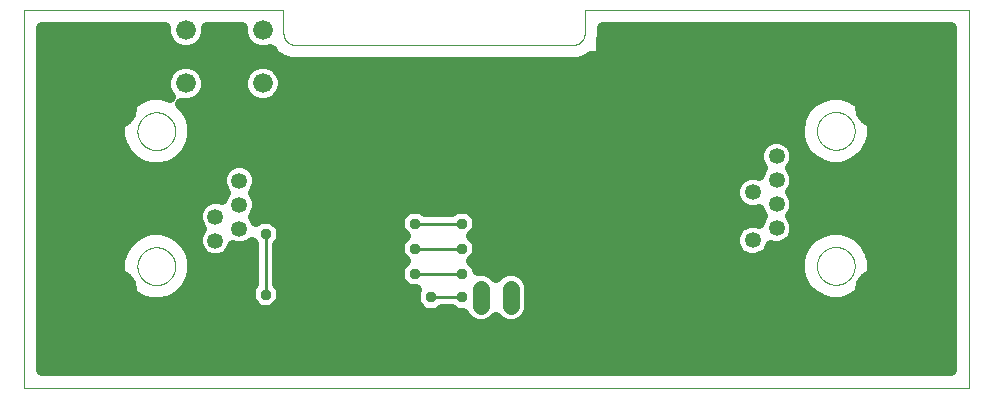
<source format=gbl>
G75*
%MOIN*%
%OFA0B0*%
%FSLAX25Y25*%
%IPPOS*%
%LPD*%
%AMOC8*
5,1,8,0,0,1.08239X$1,22.5*
%
%ADD10C,0.00000*%
%ADD11C,0.06600*%
%ADD12C,0.05600*%
%ADD13C,0.05315*%
%ADD14R,0.03962X0.03962*%
%ADD15C,0.04000*%
%ADD16OC8,0.03569*%
%ADD17C,0.15000*%
%ADD18C,0.01000*%
D10*
X0001000Y0001571D02*
X0001000Y0127555D01*
X0087614Y0127555D01*
X0087614Y0119681D01*
X0087616Y0119557D01*
X0087622Y0119434D01*
X0087631Y0119310D01*
X0087645Y0119188D01*
X0087662Y0119065D01*
X0087684Y0118943D01*
X0087709Y0118822D01*
X0087738Y0118702D01*
X0087770Y0118583D01*
X0087807Y0118464D01*
X0087847Y0118347D01*
X0087890Y0118232D01*
X0087938Y0118117D01*
X0087989Y0118005D01*
X0088043Y0117894D01*
X0088101Y0117784D01*
X0088162Y0117677D01*
X0088227Y0117571D01*
X0088295Y0117468D01*
X0088366Y0117367D01*
X0088440Y0117268D01*
X0088517Y0117171D01*
X0088598Y0117077D01*
X0088681Y0116986D01*
X0088767Y0116897D01*
X0088856Y0116811D01*
X0088947Y0116728D01*
X0089041Y0116647D01*
X0089138Y0116570D01*
X0089237Y0116496D01*
X0089338Y0116425D01*
X0089441Y0116357D01*
X0089547Y0116292D01*
X0089654Y0116231D01*
X0089764Y0116173D01*
X0089875Y0116119D01*
X0089987Y0116068D01*
X0090102Y0116020D01*
X0090217Y0115977D01*
X0090334Y0115937D01*
X0090453Y0115900D01*
X0090572Y0115868D01*
X0090692Y0115839D01*
X0090813Y0115814D01*
X0090935Y0115792D01*
X0091058Y0115775D01*
X0091180Y0115761D01*
X0091304Y0115752D01*
X0091427Y0115746D01*
X0091551Y0115744D01*
X0184071Y0115744D01*
X0184195Y0115746D01*
X0184318Y0115752D01*
X0184442Y0115761D01*
X0184564Y0115775D01*
X0184687Y0115792D01*
X0184809Y0115814D01*
X0184930Y0115839D01*
X0185050Y0115868D01*
X0185169Y0115900D01*
X0185288Y0115937D01*
X0185405Y0115977D01*
X0185520Y0116020D01*
X0185635Y0116068D01*
X0185747Y0116119D01*
X0185858Y0116173D01*
X0185968Y0116231D01*
X0186075Y0116292D01*
X0186181Y0116357D01*
X0186284Y0116425D01*
X0186385Y0116496D01*
X0186484Y0116570D01*
X0186581Y0116647D01*
X0186675Y0116728D01*
X0186766Y0116811D01*
X0186855Y0116897D01*
X0186941Y0116986D01*
X0187024Y0117077D01*
X0187105Y0117171D01*
X0187182Y0117268D01*
X0187256Y0117367D01*
X0187327Y0117468D01*
X0187395Y0117571D01*
X0187460Y0117677D01*
X0187521Y0117784D01*
X0187579Y0117894D01*
X0187633Y0118005D01*
X0187684Y0118117D01*
X0187732Y0118232D01*
X0187775Y0118347D01*
X0187815Y0118464D01*
X0187852Y0118583D01*
X0187884Y0118702D01*
X0187913Y0118822D01*
X0187938Y0118943D01*
X0187960Y0119065D01*
X0187977Y0119188D01*
X0187991Y0119310D01*
X0188000Y0119434D01*
X0188006Y0119557D01*
X0188008Y0119681D01*
X0188008Y0127555D01*
X0315961Y0127555D01*
X0315961Y0001571D01*
X0001000Y0001571D01*
X0038934Y0042020D02*
X0038936Y0042178D01*
X0038942Y0042336D01*
X0038952Y0042494D01*
X0038966Y0042652D01*
X0038984Y0042809D01*
X0039005Y0042966D01*
X0039031Y0043122D01*
X0039061Y0043278D01*
X0039094Y0043433D01*
X0039132Y0043586D01*
X0039173Y0043739D01*
X0039218Y0043891D01*
X0039267Y0044042D01*
X0039320Y0044191D01*
X0039376Y0044339D01*
X0039436Y0044485D01*
X0039500Y0044630D01*
X0039568Y0044773D01*
X0039639Y0044915D01*
X0039713Y0045055D01*
X0039791Y0045192D01*
X0039873Y0045328D01*
X0039957Y0045462D01*
X0040046Y0045593D01*
X0040137Y0045722D01*
X0040232Y0045849D01*
X0040329Y0045974D01*
X0040430Y0046096D01*
X0040534Y0046215D01*
X0040641Y0046332D01*
X0040751Y0046446D01*
X0040864Y0046557D01*
X0040979Y0046666D01*
X0041097Y0046771D01*
X0041218Y0046873D01*
X0041341Y0046973D01*
X0041467Y0047069D01*
X0041595Y0047162D01*
X0041725Y0047252D01*
X0041858Y0047338D01*
X0041993Y0047422D01*
X0042129Y0047501D01*
X0042268Y0047578D01*
X0042409Y0047650D01*
X0042551Y0047720D01*
X0042695Y0047785D01*
X0042841Y0047847D01*
X0042988Y0047905D01*
X0043137Y0047960D01*
X0043287Y0048011D01*
X0043438Y0048058D01*
X0043590Y0048101D01*
X0043743Y0048140D01*
X0043898Y0048176D01*
X0044053Y0048207D01*
X0044209Y0048235D01*
X0044365Y0048259D01*
X0044522Y0048279D01*
X0044680Y0048295D01*
X0044837Y0048307D01*
X0044996Y0048315D01*
X0045154Y0048319D01*
X0045312Y0048319D01*
X0045470Y0048315D01*
X0045629Y0048307D01*
X0045786Y0048295D01*
X0045944Y0048279D01*
X0046101Y0048259D01*
X0046257Y0048235D01*
X0046413Y0048207D01*
X0046568Y0048176D01*
X0046723Y0048140D01*
X0046876Y0048101D01*
X0047028Y0048058D01*
X0047179Y0048011D01*
X0047329Y0047960D01*
X0047478Y0047905D01*
X0047625Y0047847D01*
X0047771Y0047785D01*
X0047915Y0047720D01*
X0048057Y0047650D01*
X0048198Y0047578D01*
X0048337Y0047501D01*
X0048473Y0047422D01*
X0048608Y0047338D01*
X0048741Y0047252D01*
X0048871Y0047162D01*
X0048999Y0047069D01*
X0049125Y0046973D01*
X0049248Y0046873D01*
X0049369Y0046771D01*
X0049487Y0046666D01*
X0049602Y0046557D01*
X0049715Y0046446D01*
X0049825Y0046332D01*
X0049932Y0046215D01*
X0050036Y0046096D01*
X0050137Y0045974D01*
X0050234Y0045849D01*
X0050329Y0045722D01*
X0050420Y0045593D01*
X0050509Y0045462D01*
X0050593Y0045328D01*
X0050675Y0045192D01*
X0050753Y0045055D01*
X0050827Y0044915D01*
X0050898Y0044773D01*
X0050966Y0044630D01*
X0051030Y0044485D01*
X0051090Y0044339D01*
X0051146Y0044191D01*
X0051199Y0044042D01*
X0051248Y0043891D01*
X0051293Y0043739D01*
X0051334Y0043586D01*
X0051372Y0043433D01*
X0051405Y0043278D01*
X0051435Y0043122D01*
X0051461Y0042966D01*
X0051482Y0042809D01*
X0051500Y0042652D01*
X0051514Y0042494D01*
X0051524Y0042336D01*
X0051530Y0042178D01*
X0051532Y0042020D01*
X0051530Y0041862D01*
X0051524Y0041704D01*
X0051514Y0041546D01*
X0051500Y0041388D01*
X0051482Y0041231D01*
X0051461Y0041074D01*
X0051435Y0040918D01*
X0051405Y0040762D01*
X0051372Y0040607D01*
X0051334Y0040454D01*
X0051293Y0040301D01*
X0051248Y0040149D01*
X0051199Y0039998D01*
X0051146Y0039849D01*
X0051090Y0039701D01*
X0051030Y0039555D01*
X0050966Y0039410D01*
X0050898Y0039267D01*
X0050827Y0039125D01*
X0050753Y0038985D01*
X0050675Y0038848D01*
X0050593Y0038712D01*
X0050509Y0038578D01*
X0050420Y0038447D01*
X0050329Y0038318D01*
X0050234Y0038191D01*
X0050137Y0038066D01*
X0050036Y0037944D01*
X0049932Y0037825D01*
X0049825Y0037708D01*
X0049715Y0037594D01*
X0049602Y0037483D01*
X0049487Y0037374D01*
X0049369Y0037269D01*
X0049248Y0037167D01*
X0049125Y0037067D01*
X0048999Y0036971D01*
X0048871Y0036878D01*
X0048741Y0036788D01*
X0048608Y0036702D01*
X0048473Y0036618D01*
X0048337Y0036539D01*
X0048198Y0036462D01*
X0048057Y0036390D01*
X0047915Y0036320D01*
X0047771Y0036255D01*
X0047625Y0036193D01*
X0047478Y0036135D01*
X0047329Y0036080D01*
X0047179Y0036029D01*
X0047028Y0035982D01*
X0046876Y0035939D01*
X0046723Y0035900D01*
X0046568Y0035864D01*
X0046413Y0035833D01*
X0046257Y0035805D01*
X0046101Y0035781D01*
X0045944Y0035761D01*
X0045786Y0035745D01*
X0045629Y0035733D01*
X0045470Y0035725D01*
X0045312Y0035721D01*
X0045154Y0035721D01*
X0044996Y0035725D01*
X0044837Y0035733D01*
X0044680Y0035745D01*
X0044522Y0035761D01*
X0044365Y0035781D01*
X0044209Y0035805D01*
X0044053Y0035833D01*
X0043898Y0035864D01*
X0043743Y0035900D01*
X0043590Y0035939D01*
X0043438Y0035982D01*
X0043287Y0036029D01*
X0043137Y0036080D01*
X0042988Y0036135D01*
X0042841Y0036193D01*
X0042695Y0036255D01*
X0042551Y0036320D01*
X0042409Y0036390D01*
X0042268Y0036462D01*
X0042129Y0036539D01*
X0041993Y0036618D01*
X0041858Y0036702D01*
X0041725Y0036788D01*
X0041595Y0036878D01*
X0041467Y0036971D01*
X0041341Y0037067D01*
X0041218Y0037167D01*
X0041097Y0037269D01*
X0040979Y0037374D01*
X0040864Y0037483D01*
X0040751Y0037594D01*
X0040641Y0037708D01*
X0040534Y0037825D01*
X0040430Y0037944D01*
X0040329Y0038066D01*
X0040232Y0038191D01*
X0040137Y0038318D01*
X0040046Y0038447D01*
X0039957Y0038578D01*
X0039873Y0038712D01*
X0039791Y0038848D01*
X0039713Y0038985D01*
X0039639Y0039125D01*
X0039568Y0039267D01*
X0039500Y0039410D01*
X0039436Y0039555D01*
X0039376Y0039701D01*
X0039320Y0039849D01*
X0039267Y0039998D01*
X0039218Y0040149D01*
X0039173Y0040301D01*
X0039132Y0040454D01*
X0039094Y0040607D01*
X0039061Y0040762D01*
X0039031Y0040918D01*
X0039005Y0041074D01*
X0038984Y0041231D01*
X0038966Y0041388D01*
X0038952Y0041546D01*
X0038942Y0041704D01*
X0038936Y0041862D01*
X0038934Y0042020D01*
X0038934Y0087020D02*
X0038936Y0087178D01*
X0038942Y0087336D01*
X0038952Y0087494D01*
X0038966Y0087652D01*
X0038984Y0087809D01*
X0039005Y0087966D01*
X0039031Y0088122D01*
X0039061Y0088278D01*
X0039094Y0088433D01*
X0039132Y0088586D01*
X0039173Y0088739D01*
X0039218Y0088891D01*
X0039267Y0089042D01*
X0039320Y0089191D01*
X0039376Y0089339D01*
X0039436Y0089485D01*
X0039500Y0089630D01*
X0039568Y0089773D01*
X0039639Y0089915D01*
X0039713Y0090055D01*
X0039791Y0090192D01*
X0039873Y0090328D01*
X0039957Y0090462D01*
X0040046Y0090593D01*
X0040137Y0090722D01*
X0040232Y0090849D01*
X0040329Y0090974D01*
X0040430Y0091096D01*
X0040534Y0091215D01*
X0040641Y0091332D01*
X0040751Y0091446D01*
X0040864Y0091557D01*
X0040979Y0091666D01*
X0041097Y0091771D01*
X0041218Y0091873D01*
X0041341Y0091973D01*
X0041467Y0092069D01*
X0041595Y0092162D01*
X0041725Y0092252D01*
X0041858Y0092338D01*
X0041993Y0092422D01*
X0042129Y0092501D01*
X0042268Y0092578D01*
X0042409Y0092650D01*
X0042551Y0092720D01*
X0042695Y0092785D01*
X0042841Y0092847D01*
X0042988Y0092905D01*
X0043137Y0092960D01*
X0043287Y0093011D01*
X0043438Y0093058D01*
X0043590Y0093101D01*
X0043743Y0093140D01*
X0043898Y0093176D01*
X0044053Y0093207D01*
X0044209Y0093235D01*
X0044365Y0093259D01*
X0044522Y0093279D01*
X0044680Y0093295D01*
X0044837Y0093307D01*
X0044996Y0093315D01*
X0045154Y0093319D01*
X0045312Y0093319D01*
X0045470Y0093315D01*
X0045629Y0093307D01*
X0045786Y0093295D01*
X0045944Y0093279D01*
X0046101Y0093259D01*
X0046257Y0093235D01*
X0046413Y0093207D01*
X0046568Y0093176D01*
X0046723Y0093140D01*
X0046876Y0093101D01*
X0047028Y0093058D01*
X0047179Y0093011D01*
X0047329Y0092960D01*
X0047478Y0092905D01*
X0047625Y0092847D01*
X0047771Y0092785D01*
X0047915Y0092720D01*
X0048057Y0092650D01*
X0048198Y0092578D01*
X0048337Y0092501D01*
X0048473Y0092422D01*
X0048608Y0092338D01*
X0048741Y0092252D01*
X0048871Y0092162D01*
X0048999Y0092069D01*
X0049125Y0091973D01*
X0049248Y0091873D01*
X0049369Y0091771D01*
X0049487Y0091666D01*
X0049602Y0091557D01*
X0049715Y0091446D01*
X0049825Y0091332D01*
X0049932Y0091215D01*
X0050036Y0091096D01*
X0050137Y0090974D01*
X0050234Y0090849D01*
X0050329Y0090722D01*
X0050420Y0090593D01*
X0050509Y0090462D01*
X0050593Y0090328D01*
X0050675Y0090192D01*
X0050753Y0090055D01*
X0050827Y0089915D01*
X0050898Y0089773D01*
X0050966Y0089630D01*
X0051030Y0089485D01*
X0051090Y0089339D01*
X0051146Y0089191D01*
X0051199Y0089042D01*
X0051248Y0088891D01*
X0051293Y0088739D01*
X0051334Y0088586D01*
X0051372Y0088433D01*
X0051405Y0088278D01*
X0051435Y0088122D01*
X0051461Y0087966D01*
X0051482Y0087809D01*
X0051500Y0087652D01*
X0051514Y0087494D01*
X0051524Y0087336D01*
X0051530Y0087178D01*
X0051532Y0087020D01*
X0051530Y0086862D01*
X0051524Y0086704D01*
X0051514Y0086546D01*
X0051500Y0086388D01*
X0051482Y0086231D01*
X0051461Y0086074D01*
X0051435Y0085918D01*
X0051405Y0085762D01*
X0051372Y0085607D01*
X0051334Y0085454D01*
X0051293Y0085301D01*
X0051248Y0085149D01*
X0051199Y0084998D01*
X0051146Y0084849D01*
X0051090Y0084701D01*
X0051030Y0084555D01*
X0050966Y0084410D01*
X0050898Y0084267D01*
X0050827Y0084125D01*
X0050753Y0083985D01*
X0050675Y0083848D01*
X0050593Y0083712D01*
X0050509Y0083578D01*
X0050420Y0083447D01*
X0050329Y0083318D01*
X0050234Y0083191D01*
X0050137Y0083066D01*
X0050036Y0082944D01*
X0049932Y0082825D01*
X0049825Y0082708D01*
X0049715Y0082594D01*
X0049602Y0082483D01*
X0049487Y0082374D01*
X0049369Y0082269D01*
X0049248Y0082167D01*
X0049125Y0082067D01*
X0048999Y0081971D01*
X0048871Y0081878D01*
X0048741Y0081788D01*
X0048608Y0081702D01*
X0048473Y0081618D01*
X0048337Y0081539D01*
X0048198Y0081462D01*
X0048057Y0081390D01*
X0047915Y0081320D01*
X0047771Y0081255D01*
X0047625Y0081193D01*
X0047478Y0081135D01*
X0047329Y0081080D01*
X0047179Y0081029D01*
X0047028Y0080982D01*
X0046876Y0080939D01*
X0046723Y0080900D01*
X0046568Y0080864D01*
X0046413Y0080833D01*
X0046257Y0080805D01*
X0046101Y0080781D01*
X0045944Y0080761D01*
X0045786Y0080745D01*
X0045629Y0080733D01*
X0045470Y0080725D01*
X0045312Y0080721D01*
X0045154Y0080721D01*
X0044996Y0080725D01*
X0044837Y0080733D01*
X0044680Y0080745D01*
X0044522Y0080761D01*
X0044365Y0080781D01*
X0044209Y0080805D01*
X0044053Y0080833D01*
X0043898Y0080864D01*
X0043743Y0080900D01*
X0043590Y0080939D01*
X0043438Y0080982D01*
X0043287Y0081029D01*
X0043137Y0081080D01*
X0042988Y0081135D01*
X0042841Y0081193D01*
X0042695Y0081255D01*
X0042551Y0081320D01*
X0042409Y0081390D01*
X0042268Y0081462D01*
X0042129Y0081539D01*
X0041993Y0081618D01*
X0041858Y0081702D01*
X0041725Y0081788D01*
X0041595Y0081878D01*
X0041467Y0081971D01*
X0041341Y0082067D01*
X0041218Y0082167D01*
X0041097Y0082269D01*
X0040979Y0082374D01*
X0040864Y0082483D01*
X0040751Y0082594D01*
X0040641Y0082708D01*
X0040534Y0082825D01*
X0040430Y0082944D01*
X0040329Y0083066D01*
X0040232Y0083191D01*
X0040137Y0083318D01*
X0040046Y0083447D01*
X0039957Y0083578D01*
X0039873Y0083712D01*
X0039791Y0083848D01*
X0039713Y0083985D01*
X0039639Y0084125D01*
X0039568Y0084267D01*
X0039500Y0084410D01*
X0039436Y0084555D01*
X0039376Y0084701D01*
X0039320Y0084849D01*
X0039267Y0084998D01*
X0039218Y0085149D01*
X0039173Y0085301D01*
X0039132Y0085454D01*
X0039094Y0085607D01*
X0039061Y0085762D01*
X0039031Y0085918D01*
X0039005Y0086074D01*
X0038984Y0086231D01*
X0038966Y0086388D01*
X0038952Y0086546D01*
X0038942Y0086704D01*
X0038936Y0086862D01*
X0038934Y0087020D01*
X0265429Y0087106D02*
X0265431Y0087264D01*
X0265437Y0087422D01*
X0265447Y0087580D01*
X0265461Y0087738D01*
X0265479Y0087895D01*
X0265500Y0088052D01*
X0265526Y0088208D01*
X0265556Y0088364D01*
X0265589Y0088519D01*
X0265627Y0088672D01*
X0265668Y0088825D01*
X0265713Y0088977D01*
X0265762Y0089128D01*
X0265815Y0089277D01*
X0265871Y0089425D01*
X0265931Y0089571D01*
X0265995Y0089716D01*
X0266063Y0089859D01*
X0266134Y0090001D01*
X0266208Y0090141D01*
X0266286Y0090278D01*
X0266368Y0090414D01*
X0266452Y0090548D01*
X0266541Y0090679D01*
X0266632Y0090808D01*
X0266727Y0090935D01*
X0266824Y0091060D01*
X0266925Y0091182D01*
X0267029Y0091301D01*
X0267136Y0091418D01*
X0267246Y0091532D01*
X0267359Y0091643D01*
X0267474Y0091752D01*
X0267592Y0091857D01*
X0267713Y0091959D01*
X0267836Y0092059D01*
X0267962Y0092155D01*
X0268090Y0092248D01*
X0268220Y0092338D01*
X0268353Y0092424D01*
X0268488Y0092508D01*
X0268624Y0092587D01*
X0268763Y0092664D01*
X0268904Y0092736D01*
X0269046Y0092806D01*
X0269190Y0092871D01*
X0269336Y0092933D01*
X0269483Y0092991D01*
X0269632Y0093046D01*
X0269782Y0093097D01*
X0269933Y0093144D01*
X0270085Y0093187D01*
X0270238Y0093226D01*
X0270393Y0093262D01*
X0270548Y0093293D01*
X0270704Y0093321D01*
X0270860Y0093345D01*
X0271017Y0093365D01*
X0271175Y0093381D01*
X0271332Y0093393D01*
X0271491Y0093401D01*
X0271649Y0093405D01*
X0271807Y0093405D01*
X0271965Y0093401D01*
X0272124Y0093393D01*
X0272281Y0093381D01*
X0272439Y0093365D01*
X0272596Y0093345D01*
X0272752Y0093321D01*
X0272908Y0093293D01*
X0273063Y0093262D01*
X0273218Y0093226D01*
X0273371Y0093187D01*
X0273523Y0093144D01*
X0273674Y0093097D01*
X0273824Y0093046D01*
X0273973Y0092991D01*
X0274120Y0092933D01*
X0274266Y0092871D01*
X0274410Y0092806D01*
X0274552Y0092736D01*
X0274693Y0092664D01*
X0274832Y0092587D01*
X0274968Y0092508D01*
X0275103Y0092424D01*
X0275236Y0092338D01*
X0275366Y0092248D01*
X0275494Y0092155D01*
X0275620Y0092059D01*
X0275743Y0091959D01*
X0275864Y0091857D01*
X0275982Y0091752D01*
X0276097Y0091643D01*
X0276210Y0091532D01*
X0276320Y0091418D01*
X0276427Y0091301D01*
X0276531Y0091182D01*
X0276632Y0091060D01*
X0276729Y0090935D01*
X0276824Y0090808D01*
X0276915Y0090679D01*
X0277004Y0090548D01*
X0277088Y0090414D01*
X0277170Y0090278D01*
X0277248Y0090141D01*
X0277322Y0090001D01*
X0277393Y0089859D01*
X0277461Y0089716D01*
X0277525Y0089571D01*
X0277585Y0089425D01*
X0277641Y0089277D01*
X0277694Y0089128D01*
X0277743Y0088977D01*
X0277788Y0088825D01*
X0277829Y0088672D01*
X0277867Y0088519D01*
X0277900Y0088364D01*
X0277930Y0088208D01*
X0277956Y0088052D01*
X0277977Y0087895D01*
X0277995Y0087738D01*
X0278009Y0087580D01*
X0278019Y0087422D01*
X0278025Y0087264D01*
X0278027Y0087106D01*
X0278025Y0086948D01*
X0278019Y0086790D01*
X0278009Y0086632D01*
X0277995Y0086474D01*
X0277977Y0086317D01*
X0277956Y0086160D01*
X0277930Y0086004D01*
X0277900Y0085848D01*
X0277867Y0085693D01*
X0277829Y0085540D01*
X0277788Y0085387D01*
X0277743Y0085235D01*
X0277694Y0085084D01*
X0277641Y0084935D01*
X0277585Y0084787D01*
X0277525Y0084641D01*
X0277461Y0084496D01*
X0277393Y0084353D01*
X0277322Y0084211D01*
X0277248Y0084071D01*
X0277170Y0083934D01*
X0277088Y0083798D01*
X0277004Y0083664D01*
X0276915Y0083533D01*
X0276824Y0083404D01*
X0276729Y0083277D01*
X0276632Y0083152D01*
X0276531Y0083030D01*
X0276427Y0082911D01*
X0276320Y0082794D01*
X0276210Y0082680D01*
X0276097Y0082569D01*
X0275982Y0082460D01*
X0275864Y0082355D01*
X0275743Y0082253D01*
X0275620Y0082153D01*
X0275494Y0082057D01*
X0275366Y0081964D01*
X0275236Y0081874D01*
X0275103Y0081788D01*
X0274968Y0081704D01*
X0274832Y0081625D01*
X0274693Y0081548D01*
X0274552Y0081476D01*
X0274410Y0081406D01*
X0274266Y0081341D01*
X0274120Y0081279D01*
X0273973Y0081221D01*
X0273824Y0081166D01*
X0273674Y0081115D01*
X0273523Y0081068D01*
X0273371Y0081025D01*
X0273218Y0080986D01*
X0273063Y0080950D01*
X0272908Y0080919D01*
X0272752Y0080891D01*
X0272596Y0080867D01*
X0272439Y0080847D01*
X0272281Y0080831D01*
X0272124Y0080819D01*
X0271965Y0080811D01*
X0271807Y0080807D01*
X0271649Y0080807D01*
X0271491Y0080811D01*
X0271332Y0080819D01*
X0271175Y0080831D01*
X0271017Y0080847D01*
X0270860Y0080867D01*
X0270704Y0080891D01*
X0270548Y0080919D01*
X0270393Y0080950D01*
X0270238Y0080986D01*
X0270085Y0081025D01*
X0269933Y0081068D01*
X0269782Y0081115D01*
X0269632Y0081166D01*
X0269483Y0081221D01*
X0269336Y0081279D01*
X0269190Y0081341D01*
X0269046Y0081406D01*
X0268904Y0081476D01*
X0268763Y0081548D01*
X0268624Y0081625D01*
X0268488Y0081704D01*
X0268353Y0081788D01*
X0268220Y0081874D01*
X0268090Y0081964D01*
X0267962Y0082057D01*
X0267836Y0082153D01*
X0267713Y0082253D01*
X0267592Y0082355D01*
X0267474Y0082460D01*
X0267359Y0082569D01*
X0267246Y0082680D01*
X0267136Y0082794D01*
X0267029Y0082911D01*
X0266925Y0083030D01*
X0266824Y0083152D01*
X0266727Y0083277D01*
X0266632Y0083404D01*
X0266541Y0083533D01*
X0266452Y0083664D01*
X0266368Y0083798D01*
X0266286Y0083934D01*
X0266208Y0084071D01*
X0266134Y0084211D01*
X0266063Y0084353D01*
X0265995Y0084496D01*
X0265931Y0084641D01*
X0265871Y0084787D01*
X0265815Y0084935D01*
X0265762Y0085084D01*
X0265713Y0085235D01*
X0265668Y0085387D01*
X0265627Y0085540D01*
X0265589Y0085693D01*
X0265556Y0085848D01*
X0265526Y0086004D01*
X0265500Y0086160D01*
X0265479Y0086317D01*
X0265461Y0086474D01*
X0265447Y0086632D01*
X0265437Y0086790D01*
X0265431Y0086948D01*
X0265429Y0087106D01*
X0265429Y0042106D02*
X0265431Y0042264D01*
X0265437Y0042422D01*
X0265447Y0042580D01*
X0265461Y0042738D01*
X0265479Y0042895D01*
X0265500Y0043052D01*
X0265526Y0043208D01*
X0265556Y0043364D01*
X0265589Y0043519D01*
X0265627Y0043672D01*
X0265668Y0043825D01*
X0265713Y0043977D01*
X0265762Y0044128D01*
X0265815Y0044277D01*
X0265871Y0044425D01*
X0265931Y0044571D01*
X0265995Y0044716D01*
X0266063Y0044859D01*
X0266134Y0045001D01*
X0266208Y0045141D01*
X0266286Y0045278D01*
X0266368Y0045414D01*
X0266452Y0045548D01*
X0266541Y0045679D01*
X0266632Y0045808D01*
X0266727Y0045935D01*
X0266824Y0046060D01*
X0266925Y0046182D01*
X0267029Y0046301D01*
X0267136Y0046418D01*
X0267246Y0046532D01*
X0267359Y0046643D01*
X0267474Y0046752D01*
X0267592Y0046857D01*
X0267713Y0046959D01*
X0267836Y0047059D01*
X0267962Y0047155D01*
X0268090Y0047248D01*
X0268220Y0047338D01*
X0268353Y0047424D01*
X0268488Y0047508D01*
X0268624Y0047587D01*
X0268763Y0047664D01*
X0268904Y0047736D01*
X0269046Y0047806D01*
X0269190Y0047871D01*
X0269336Y0047933D01*
X0269483Y0047991D01*
X0269632Y0048046D01*
X0269782Y0048097D01*
X0269933Y0048144D01*
X0270085Y0048187D01*
X0270238Y0048226D01*
X0270393Y0048262D01*
X0270548Y0048293D01*
X0270704Y0048321D01*
X0270860Y0048345D01*
X0271017Y0048365D01*
X0271175Y0048381D01*
X0271332Y0048393D01*
X0271491Y0048401D01*
X0271649Y0048405D01*
X0271807Y0048405D01*
X0271965Y0048401D01*
X0272124Y0048393D01*
X0272281Y0048381D01*
X0272439Y0048365D01*
X0272596Y0048345D01*
X0272752Y0048321D01*
X0272908Y0048293D01*
X0273063Y0048262D01*
X0273218Y0048226D01*
X0273371Y0048187D01*
X0273523Y0048144D01*
X0273674Y0048097D01*
X0273824Y0048046D01*
X0273973Y0047991D01*
X0274120Y0047933D01*
X0274266Y0047871D01*
X0274410Y0047806D01*
X0274552Y0047736D01*
X0274693Y0047664D01*
X0274832Y0047587D01*
X0274968Y0047508D01*
X0275103Y0047424D01*
X0275236Y0047338D01*
X0275366Y0047248D01*
X0275494Y0047155D01*
X0275620Y0047059D01*
X0275743Y0046959D01*
X0275864Y0046857D01*
X0275982Y0046752D01*
X0276097Y0046643D01*
X0276210Y0046532D01*
X0276320Y0046418D01*
X0276427Y0046301D01*
X0276531Y0046182D01*
X0276632Y0046060D01*
X0276729Y0045935D01*
X0276824Y0045808D01*
X0276915Y0045679D01*
X0277004Y0045548D01*
X0277088Y0045414D01*
X0277170Y0045278D01*
X0277248Y0045141D01*
X0277322Y0045001D01*
X0277393Y0044859D01*
X0277461Y0044716D01*
X0277525Y0044571D01*
X0277585Y0044425D01*
X0277641Y0044277D01*
X0277694Y0044128D01*
X0277743Y0043977D01*
X0277788Y0043825D01*
X0277829Y0043672D01*
X0277867Y0043519D01*
X0277900Y0043364D01*
X0277930Y0043208D01*
X0277956Y0043052D01*
X0277977Y0042895D01*
X0277995Y0042738D01*
X0278009Y0042580D01*
X0278019Y0042422D01*
X0278025Y0042264D01*
X0278027Y0042106D01*
X0278025Y0041948D01*
X0278019Y0041790D01*
X0278009Y0041632D01*
X0277995Y0041474D01*
X0277977Y0041317D01*
X0277956Y0041160D01*
X0277930Y0041004D01*
X0277900Y0040848D01*
X0277867Y0040693D01*
X0277829Y0040540D01*
X0277788Y0040387D01*
X0277743Y0040235D01*
X0277694Y0040084D01*
X0277641Y0039935D01*
X0277585Y0039787D01*
X0277525Y0039641D01*
X0277461Y0039496D01*
X0277393Y0039353D01*
X0277322Y0039211D01*
X0277248Y0039071D01*
X0277170Y0038934D01*
X0277088Y0038798D01*
X0277004Y0038664D01*
X0276915Y0038533D01*
X0276824Y0038404D01*
X0276729Y0038277D01*
X0276632Y0038152D01*
X0276531Y0038030D01*
X0276427Y0037911D01*
X0276320Y0037794D01*
X0276210Y0037680D01*
X0276097Y0037569D01*
X0275982Y0037460D01*
X0275864Y0037355D01*
X0275743Y0037253D01*
X0275620Y0037153D01*
X0275494Y0037057D01*
X0275366Y0036964D01*
X0275236Y0036874D01*
X0275103Y0036788D01*
X0274968Y0036704D01*
X0274832Y0036625D01*
X0274693Y0036548D01*
X0274552Y0036476D01*
X0274410Y0036406D01*
X0274266Y0036341D01*
X0274120Y0036279D01*
X0273973Y0036221D01*
X0273824Y0036166D01*
X0273674Y0036115D01*
X0273523Y0036068D01*
X0273371Y0036025D01*
X0273218Y0035986D01*
X0273063Y0035950D01*
X0272908Y0035919D01*
X0272752Y0035891D01*
X0272596Y0035867D01*
X0272439Y0035847D01*
X0272281Y0035831D01*
X0272124Y0035819D01*
X0271965Y0035811D01*
X0271807Y0035807D01*
X0271649Y0035807D01*
X0271491Y0035811D01*
X0271332Y0035819D01*
X0271175Y0035831D01*
X0271017Y0035847D01*
X0270860Y0035867D01*
X0270704Y0035891D01*
X0270548Y0035919D01*
X0270393Y0035950D01*
X0270238Y0035986D01*
X0270085Y0036025D01*
X0269933Y0036068D01*
X0269782Y0036115D01*
X0269632Y0036166D01*
X0269483Y0036221D01*
X0269336Y0036279D01*
X0269190Y0036341D01*
X0269046Y0036406D01*
X0268904Y0036476D01*
X0268763Y0036548D01*
X0268624Y0036625D01*
X0268488Y0036704D01*
X0268353Y0036788D01*
X0268220Y0036874D01*
X0268090Y0036964D01*
X0267962Y0037057D01*
X0267836Y0037153D01*
X0267713Y0037253D01*
X0267592Y0037355D01*
X0267474Y0037460D01*
X0267359Y0037569D01*
X0267246Y0037680D01*
X0267136Y0037794D01*
X0267029Y0037911D01*
X0266925Y0038030D01*
X0266824Y0038152D01*
X0266727Y0038277D01*
X0266632Y0038404D01*
X0266541Y0038533D01*
X0266452Y0038664D01*
X0266368Y0038798D01*
X0266286Y0038934D01*
X0266208Y0039071D01*
X0266134Y0039211D01*
X0266063Y0039353D01*
X0265995Y0039496D01*
X0265931Y0039641D01*
X0265871Y0039787D01*
X0265815Y0039935D01*
X0265762Y0040084D01*
X0265713Y0040235D01*
X0265668Y0040387D01*
X0265627Y0040540D01*
X0265589Y0040693D01*
X0265556Y0040848D01*
X0265526Y0041004D01*
X0265500Y0041160D01*
X0265479Y0041317D01*
X0265461Y0041474D01*
X0265447Y0041632D01*
X0265437Y0041790D01*
X0265431Y0041948D01*
X0265429Y0042106D01*
D11*
X0080724Y0102949D03*
X0055134Y0102949D03*
X0055134Y0120665D03*
X0080724Y0120665D03*
D12*
X0153480Y0034391D02*
X0153480Y0028791D01*
X0163480Y0028791D02*
X0163480Y0034391D01*
D13*
X0244028Y0050606D03*
X0252028Y0054606D03*
X0244028Y0058606D03*
X0252028Y0062606D03*
X0244028Y0066606D03*
X0252028Y0070606D03*
X0244028Y0074606D03*
X0252028Y0078606D03*
X0072933Y0078520D03*
X0064933Y0074520D03*
X0072933Y0070520D03*
X0064933Y0066520D03*
X0072933Y0062520D03*
X0064933Y0058520D03*
X0072933Y0054520D03*
X0064933Y0050520D03*
D14*
X0072850Y0078539D03*
X0244110Y0050587D03*
D15*
X0249691Y0047928D02*
X0250000Y0048673D01*
X0250783Y0048349D01*
X0253272Y0048349D01*
X0255572Y0049301D01*
X0257332Y0051062D01*
X0258285Y0053362D01*
X0258285Y0055851D01*
X0257332Y0058151D01*
X0256877Y0058606D01*
X0257332Y0059062D01*
X0258285Y0061362D01*
X0258285Y0063851D01*
X0257332Y0066151D01*
X0256877Y0066606D01*
X0257332Y0067062D01*
X0258285Y0069362D01*
X0258285Y0071851D01*
X0257332Y0074151D01*
X0256877Y0074606D01*
X0257332Y0075062D01*
X0258285Y0077362D01*
X0258285Y0079851D01*
X0257332Y0082151D01*
X0255572Y0083911D01*
X0253272Y0084864D01*
X0250783Y0084864D01*
X0248483Y0083911D01*
X0246723Y0082151D01*
X0245770Y0079851D01*
X0245770Y0077362D01*
X0246723Y0075062D01*
X0247178Y0074606D01*
X0246723Y0074151D01*
X0246055Y0072539D01*
X0245272Y0072864D01*
X0242783Y0072864D01*
X0240483Y0071911D01*
X0238723Y0070151D01*
X0237770Y0067851D01*
X0237770Y0065362D01*
X0238723Y0063062D01*
X0240483Y0061301D01*
X0242783Y0060349D01*
X0245272Y0060349D01*
X0246055Y0060673D01*
X0246723Y0059062D01*
X0247178Y0058606D01*
X0246723Y0058151D01*
X0246055Y0056539D01*
X0245272Y0056864D01*
X0242783Y0056864D01*
X0240483Y0055911D01*
X0240263Y0055691D01*
X0240090Y0055620D01*
X0239077Y0054607D01*
X0239005Y0054434D01*
X0238723Y0054151D01*
X0237770Y0051851D01*
X0237770Y0049362D01*
X0238723Y0047062D01*
X0238978Y0046807D01*
X0239077Y0046566D01*
X0240090Y0045554D01*
X0240331Y0045454D01*
X0240483Y0045301D01*
X0242783Y0044349D01*
X0245272Y0044349D01*
X0247572Y0045301D01*
X0247608Y0045337D01*
X0248131Y0045554D01*
X0249143Y0046566D01*
X0249691Y0047889D01*
X0249691Y0047928D01*
X0248131Y0045554D02*
X0259918Y0045554D01*
X0260267Y0046854D02*
X0259428Y0043726D01*
X0259428Y0040487D01*
X0260267Y0037359D01*
X0261886Y0034554D01*
X0264176Y0032264D01*
X0266980Y0030645D01*
X0270108Y0029807D01*
X0273347Y0029807D01*
X0276475Y0030645D01*
X0279279Y0032264D01*
X0281569Y0034554D01*
X0283189Y0037359D01*
X0284027Y0040487D01*
X0284027Y0043726D01*
X0283189Y0046854D01*
X0281569Y0049658D01*
X0279279Y0051948D01*
X0276475Y0053567D01*
X0273347Y0054405D01*
X0270108Y0054405D01*
X0266980Y0053567D01*
X0264176Y0051948D01*
X0261886Y0049658D01*
X0260267Y0046854D01*
X0261825Y0049553D02*
X0255824Y0049553D01*
X0258285Y0053552D02*
X0266953Y0053552D01*
X0276502Y0053552D02*
X0309961Y0053552D01*
X0309961Y0057550D02*
X0257581Y0057550D01*
X0258285Y0061549D02*
X0309961Y0061549D01*
X0309961Y0065547D02*
X0257583Y0065547D01*
X0258285Y0069546D02*
X0309961Y0069546D01*
X0309961Y0073544D02*
X0257584Y0073544D01*
X0258285Y0077543D02*
X0263898Y0077543D01*
X0264176Y0077264D02*
X0266980Y0075645D01*
X0270108Y0074807D01*
X0273347Y0074807D01*
X0276475Y0075645D01*
X0279279Y0077264D01*
X0281569Y0079554D01*
X0283189Y0082359D01*
X0284027Y0085487D01*
X0284027Y0088726D01*
X0283189Y0091854D01*
X0281569Y0094658D01*
X0279279Y0096948D01*
X0276475Y0098567D01*
X0273347Y0099405D01*
X0270108Y0099405D01*
X0266980Y0098567D01*
X0264176Y0096948D01*
X0261886Y0094658D01*
X0260267Y0091854D01*
X0259428Y0088726D01*
X0259428Y0085487D01*
X0260267Y0082359D01*
X0261886Y0079554D01*
X0264176Y0077264D01*
X0260739Y0081541D02*
X0257585Y0081541D01*
X0259428Y0085540D02*
X0057532Y0085540D01*
X0057532Y0085400D02*
X0056694Y0082272D01*
X0055075Y0079468D01*
X0052785Y0077178D01*
X0049980Y0075559D01*
X0046852Y0074720D01*
X0043614Y0074720D01*
X0040486Y0075559D01*
X0037681Y0077178D01*
X0035391Y0079468D01*
X0033772Y0082272D01*
X0032934Y0085400D01*
X0032934Y0088639D01*
X0033772Y0091767D01*
X0035391Y0094572D01*
X0037681Y0096861D01*
X0040486Y0098481D01*
X0043614Y0099319D01*
X0046852Y0099319D01*
X0049794Y0098531D01*
X0049284Y0099040D01*
X0048234Y0101576D01*
X0048234Y0104321D01*
X0049284Y0106857D01*
X0051225Y0108798D01*
X0053761Y0109849D01*
X0056506Y0109849D01*
X0059042Y0108798D01*
X0060983Y0106857D01*
X0062034Y0104321D01*
X0062034Y0101576D01*
X0060983Y0099040D01*
X0059042Y0097099D01*
X0056506Y0096049D01*
X0053761Y0096049D01*
X0053482Y0096165D01*
X0055075Y0094572D01*
X0056694Y0091767D01*
X0057532Y0088639D01*
X0057532Y0085400D01*
X0056272Y0081541D02*
X0246470Y0081541D01*
X0245770Y0077543D02*
X0053150Y0077543D01*
X0066676Y0071764D02*
X0066676Y0069275D01*
X0067628Y0066975D01*
X0068084Y0066520D01*
X0067628Y0066064D01*
X0066961Y0064453D01*
X0066178Y0064777D01*
X0063688Y0064777D01*
X0061388Y0063825D01*
X0059628Y0062064D01*
X0058676Y0059764D01*
X0058676Y0057275D01*
X0059628Y0054975D01*
X0060084Y0054520D01*
X0059628Y0054064D01*
X0058676Y0051764D01*
X0058676Y0049275D01*
X0059628Y0046975D01*
X0061388Y0045215D01*
X0063688Y0044262D01*
X0066178Y0044262D01*
X0068478Y0045215D01*
X0070238Y0046975D01*
X0070905Y0048587D01*
X0071688Y0048262D01*
X0074178Y0048262D01*
X0076478Y0049215D01*
X0077054Y0049792D01*
X0077609Y0049237D01*
X0077609Y0036089D01*
X0076324Y0034805D01*
X0076324Y0030345D01*
X0079478Y0027191D01*
X0083939Y0027191D01*
X0087093Y0030345D01*
X0087093Y0034805D01*
X0085809Y0036089D01*
X0085809Y0049237D01*
X0087093Y0050522D01*
X0087093Y0054982D01*
X0083939Y0058136D01*
X0079478Y0058136D01*
X0078580Y0057238D01*
X0078238Y0058064D01*
X0077782Y0058520D01*
X0078238Y0058975D01*
X0079191Y0061275D01*
X0079191Y0063764D01*
X0078238Y0066064D01*
X0077782Y0066520D01*
X0078238Y0066975D01*
X0079191Y0069275D01*
X0079191Y0071764D01*
X0078238Y0074064D01*
X0076478Y0075825D01*
X0074178Y0076777D01*
X0071688Y0076777D01*
X0069388Y0075825D01*
X0067628Y0074064D01*
X0066676Y0071764D01*
X0066676Y0069546D02*
X0007000Y0069546D01*
X0007000Y0073544D02*
X0067413Y0073544D01*
X0078453Y0073544D02*
X0246471Y0073544D01*
X0238472Y0069546D02*
X0079191Y0069546D01*
X0078452Y0065547D02*
X0237770Y0065547D01*
X0240236Y0061549D02*
X0149424Y0061549D01*
X0149392Y0061581D02*
X0144931Y0061581D01*
X0143647Y0060297D01*
X0134928Y0060297D01*
X0133644Y0061581D01*
X0129183Y0061581D01*
X0126029Y0058427D01*
X0126029Y0053967D01*
X0127982Y0052014D01*
X0126029Y0050061D01*
X0126029Y0045600D01*
X0127982Y0043648D01*
X0126029Y0041695D01*
X0126029Y0037234D01*
X0129183Y0034080D01*
X0131702Y0034080D01*
X0131443Y0033821D01*
X0131443Y0029360D01*
X0134597Y0026206D01*
X0139057Y0026206D01*
X0140341Y0027491D01*
X0143647Y0027491D01*
X0144931Y0026206D01*
X0147623Y0026206D01*
X0148055Y0025165D01*
X0149855Y0023365D01*
X0152207Y0022391D01*
X0154753Y0022391D01*
X0157106Y0023365D01*
X0158480Y0024740D01*
X0159855Y0023365D01*
X0162207Y0022391D01*
X0164753Y0022391D01*
X0167106Y0023365D01*
X0168906Y0025165D01*
X0169880Y0027518D01*
X0169880Y0035664D01*
X0168906Y0038016D01*
X0167106Y0039816D01*
X0164753Y0040791D01*
X0162207Y0040791D01*
X0159855Y0039816D01*
X0158480Y0038442D01*
X0157106Y0039816D01*
X0154753Y0040791D01*
X0152546Y0040791D01*
X0152546Y0041695D01*
X0150593Y0043648D01*
X0152546Y0045600D01*
X0152546Y0050061D01*
X0150593Y0052014D01*
X0152546Y0053967D01*
X0152546Y0058427D01*
X0149392Y0061581D01*
X0144899Y0061549D02*
X0133676Y0061549D01*
X0129151Y0061549D02*
X0079191Y0061549D01*
X0078892Y0057550D02*
X0078451Y0057550D01*
X0084525Y0057550D02*
X0126029Y0057550D01*
X0126444Y0053552D02*
X0087093Y0053552D01*
X0086124Y0049553D02*
X0126029Y0049553D01*
X0126075Y0045554D02*
X0085809Y0045554D01*
X0077609Y0045554D02*
X0068817Y0045554D01*
X0061049Y0045554D02*
X0057019Y0045554D01*
X0056694Y0046767D02*
X0055075Y0049572D01*
X0052785Y0051861D01*
X0049980Y0053481D01*
X0046852Y0054319D01*
X0043614Y0054319D01*
X0040486Y0053481D01*
X0037681Y0051861D01*
X0035391Y0049572D01*
X0033772Y0046767D01*
X0032934Y0043639D01*
X0032934Y0040400D01*
X0033772Y0037272D01*
X0035391Y0034468D01*
X0037681Y0032178D01*
X0040486Y0030559D01*
X0043614Y0029720D01*
X0046852Y0029720D01*
X0049980Y0030559D01*
X0052785Y0032178D01*
X0055075Y0034468D01*
X0056694Y0037272D01*
X0057532Y0040400D01*
X0057532Y0043639D01*
X0056694Y0046767D01*
X0055086Y0049553D02*
X0058676Y0049553D01*
X0059416Y0053552D02*
X0049716Y0053552D01*
X0040750Y0053552D02*
X0007000Y0053552D01*
X0007000Y0057550D02*
X0058676Y0057550D01*
X0059415Y0061549D02*
X0007000Y0061549D01*
X0007000Y0065547D02*
X0067414Y0065547D01*
X0037316Y0077543D02*
X0007000Y0077543D01*
X0007000Y0081541D02*
X0034194Y0081541D01*
X0032934Y0085540D02*
X0007000Y0085540D01*
X0007000Y0089538D02*
X0033175Y0089538D01*
X0034794Y0093537D02*
X0007000Y0093537D01*
X0007000Y0097535D02*
X0038848Y0097535D01*
X0048252Y0101534D02*
X0007000Y0101534D01*
X0007000Y0105532D02*
X0048735Y0105532D01*
X0052993Y0109531D02*
X0007000Y0109531D01*
X0007000Y0113529D02*
X0083677Y0113529D01*
X0083677Y0113613D02*
X0083677Y0111807D01*
X0085483Y0111807D01*
X0086984Y0110717D01*
X0089977Y0109744D01*
X0185645Y0109744D01*
X0188638Y0110717D01*
X0188638Y0110717D01*
X0190139Y0111807D01*
X0193913Y0111807D01*
X0193913Y0117816D01*
X0194008Y0118107D01*
X0194008Y0121555D01*
X0309961Y0121555D01*
X0309961Y0007571D01*
X0007000Y0007571D01*
X0007000Y0121555D01*
X0048234Y0121555D01*
X0048234Y0119293D01*
X0049284Y0116757D01*
X0051225Y0114816D01*
X0053761Y0113765D01*
X0056506Y0113765D01*
X0059042Y0114816D01*
X0060983Y0116757D01*
X0062034Y0119293D01*
X0062034Y0121555D01*
X0073824Y0121555D01*
X0073824Y0119293D01*
X0074875Y0116757D01*
X0076816Y0114816D01*
X0079352Y0113765D01*
X0082097Y0113765D01*
X0083226Y0114233D01*
X0083677Y0113613D01*
X0086984Y0110717D02*
X0086984Y0110717D01*
X0084633Y0108798D02*
X0082097Y0109849D01*
X0079352Y0109849D01*
X0076816Y0108798D01*
X0074875Y0106857D01*
X0073824Y0104321D01*
X0073824Y0101576D01*
X0074875Y0099040D01*
X0076816Y0097099D01*
X0079352Y0096049D01*
X0082097Y0096049D01*
X0084633Y0097099D01*
X0086574Y0099040D01*
X0087624Y0101576D01*
X0087624Y0104321D01*
X0086574Y0106857D01*
X0084633Y0108798D01*
X0082865Y0109531D02*
X0309961Y0109531D01*
X0309961Y0113529D02*
X0193913Y0113529D01*
X0193913Y0117528D02*
X0309961Y0117528D01*
X0309961Y0121526D02*
X0194008Y0121526D01*
X0261238Y0093537D02*
X0055672Y0093537D01*
X0057291Y0089538D02*
X0259646Y0089538D01*
X0265192Y0097535D02*
X0085069Y0097535D01*
X0087607Y0101534D02*
X0309961Y0101534D01*
X0309961Y0097535D02*
X0278263Y0097535D01*
X0282217Y0093537D02*
X0309961Y0093537D01*
X0309961Y0089538D02*
X0283809Y0089538D01*
X0284027Y0085540D02*
X0309961Y0085540D01*
X0309961Y0081541D02*
X0282716Y0081541D01*
X0279558Y0077543D02*
X0309961Y0077543D01*
X0246474Y0057550D02*
X0152546Y0057550D01*
X0152131Y0053552D02*
X0238474Y0053552D01*
X0237770Y0049553D02*
X0152546Y0049553D01*
X0152500Y0045554D02*
X0240089Y0045554D01*
X0259428Y0041556D02*
X0152546Y0041556D01*
X0169096Y0037557D02*
X0260213Y0037557D01*
X0262881Y0033559D02*
X0169880Y0033559D01*
X0169880Y0029560D02*
X0309961Y0029560D01*
X0309961Y0025562D02*
X0169070Y0025562D01*
X0147890Y0025562D02*
X0007000Y0025562D01*
X0007000Y0029560D02*
X0077109Y0029560D01*
X0086309Y0029560D02*
X0131443Y0029560D01*
X0131443Y0033559D02*
X0087093Y0033559D01*
X0085809Y0037557D02*
X0126029Y0037557D01*
X0126029Y0041556D02*
X0085809Y0041556D01*
X0077609Y0041556D02*
X0057532Y0041556D01*
X0056770Y0037557D02*
X0077609Y0037557D01*
X0076324Y0033559D02*
X0054166Y0033559D01*
X0036300Y0033559D02*
X0007000Y0033559D01*
X0007000Y0037557D02*
X0033696Y0037557D01*
X0032934Y0041556D02*
X0007000Y0041556D01*
X0007000Y0045554D02*
X0033447Y0045554D01*
X0035381Y0049553D02*
X0007000Y0049553D01*
X0007000Y0021563D02*
X0309961Y0021563D01*
X0309961Y0017565D02*
X0007000Y0017565D01*
X0007000Y0013566D02*
X0309961Y0013566D01*
X0309961Y0009568D02*
X0007000Y0009568D01*
X0076816Y0049553D02*
X0077293Y0049553D01*
X0076380Y0097535D02*
X0059478Y0097535D01*
X0062016Y0101534D02*
X0073842Y0101534D01*
X0074326Y0105532D02*
X0061532Y0105532D01*
X0057274Y0109531D02*
X0078584Y0109531D01*
X0087123Y0105532D02*
X0309961Y0105532D01*
X0309961Y0049553D02*
X0281630Y0049553D01*
X0283537Y0045554D02*
X0309961Y0045554D01*
X0309961Y0041556D02*
X0284027Y0041556D01*
X0283242Y0037557D02*
X0309961Y0037557D01*
X0309961Y0033559D02*
X0280574Y0033559D01*
X0074556Y0117528D02*
X0061303Y0117528D01*
X0062034Y0121526D02*
X0073824Y0121526D01*
X0048965Y0117528D02*
X0007000Y0117528D01*
X0007000Y0121526D02*
X0048234Y0121526D01*
D16*
X0107299Y0077358D03*
X0117142Y0077358D03*
X0134858Y0077358D03*
X0139780Y0077358D03*
X0144701Y0077358D03*
X0166354Y0077358D03*
X0147161Y0056197D03*
X0131413Y0056197D03*
X0131413Y0047831D03*
X0147161Y0047831D03*
X0147161Y0039465D03*
X0131413Y0039465D03*
X0136827Y0031591D03*
X0147161Y0031591D03*
X0117142Y0020272D03*
X0106807Y0020272D03*
X0081709Y0032575D03*
X0081709Y0052752D03*
X0203756Y0033067D03*
D17*
X0285528Y0033906D03*
X0285528Y0095306D03*
X0031433Y0095220D03*
X0031433Y0033820D03*
D18*
X0081709Y0032575D02*
X0081709Y0052752D01*
X0131413Y0056197D02*
X0147161Y0056197D01*
X0147161Y0047831D02*
X0131413Y0047831D01*
X0131413Y0039465D02*
X0147161Y0039465D01*
X0147161Y0031591D02*
X0136827Y0031591D01*
M02*

</source>
